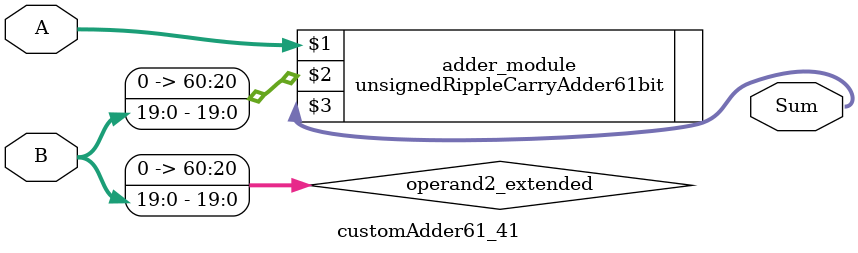
<source format=v>
module customAdder61_41(
                        input [60 : 0] A,
                        input [19 : 0] B,
                        
                        output [61 : 0] Sum
                );

        wire [60 : 0] operand2_extended;
        
        assign operand2_extended =  {41'b0, B};
        
        unsignedRippleCarryAdder61bit adder_module(
            A,
            operand2_extended,
            Sum
        );
        
        endmodule
        
</source>
